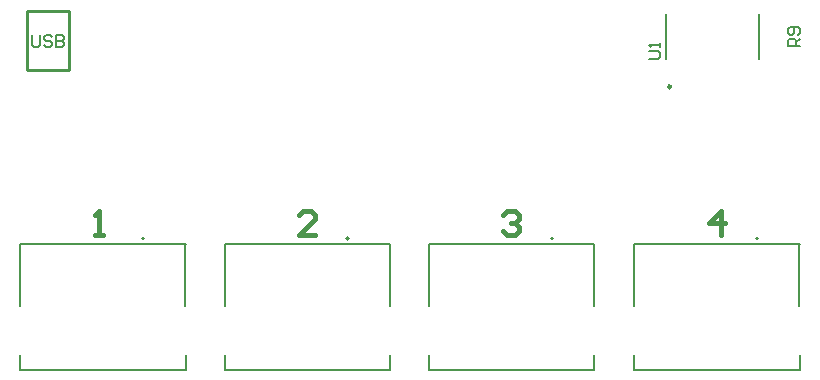
<source format=gbr>
%TF.GenerationSoftware,Altium Limited,Altium Designer,25.6.2 (33)*%
G04 Layer_Color=65535*
%FSLAX45Y45*%
%MOMM*%
%TF.SameCoordinates,85768DE1-254B-4F2A-BBB9-FB77CA5A1332*%
%TF.FilePolarity,Positive*%
%TF.FileFunction,Legend,Top*%
%TF.Part,Single*%
G01*
G75*
%TA.AperFunction,NonConductor*%
%ADD27C,0.25000*%
%ADD28C,0.20000*%
%ADD29C,0.25400*%
%ADD30C,0.12700*%
%ADD31C,0.40000*%
D27*
X5677800Y2424720D02*
G03*
X5677800Y2424720I-12500J0D01*
G01*
D28*
X1220000Y1140000D02*
G03*
X1220000Y1140000I-10000J0D01*
G01*
X2950000D02*
G03*
X2950000Y1140000I-10000J0D01*
G01*
X4680000D02*
G03*
X4680000Y1140000I-10000J0D01*
G01*
X6420000D02*
G03*
X6420000Y1140000I-10000J0D01*
G01*
X5637800Y2662221D02*
Y3037218D01*
X6427800Y2662221D02*
Y3037218D01*
X270000Y2862500D02*
Y2779194D01*
X286661Y2762532D01*
X319984D01*
X336645Y2779194D01*
Y2862500D01*
X436613Y2845839D02*
X419952Y2862500D01*
X386629D01*
X369968Y2845839D01*
Y2829177D01*
X386629Y2812516D01*
X419952D01*
X436613Y2795855D01*
Y2779194D01*
X419952Y2762532D01*
X386629D01*
X369968Y2779194D01*
X469936Y2862500D02*
Y2762532D01*
X519919D01*
X536581Y2779194D01*
Y2795855D01*
X519919Y2812516D01*
X469936D01*
X519919D01*
X536581Y2829177D01*
Y2845839D01*
X519919Y2862500D01*
X469936D01*
X5490016Y2663355D02*
X5573322D01*
X5589984Y2680016D01*
Y2713338D01*
X5573322Y2730000D01*
X5490016D01*
X5589984Y2763322D02*
Y2796645D01*
Y2779984D01*
X5490016D01*
X5506677Y2763322D01*
X6769984Y2766693D02*
X6670016D01*
Y2816677D01*
X6686678Y2833339D01*
X6720000D01*
X6736661Y2816677D01*
Y2766693D01*
Y2800016D02*
X6769984Y2833339D01*
X6753323Y2866661D02*
X6769984Y2883323D01*
Y2916645D01*
X6753323Y2933306D01*
X6686678D01*
X6670016Y2916645D01*
Y2883323D01*
X6686678Y2866661D01*
X6703339D01*
X6720000Y2883323D01*
Y2933306D01*
D29*
X230000Y2567500D02*
X580000D01*
X230000Y3070000D02*
X580000D01*
Y2567500D02*
Y3070000D01*
X230000Y2567500D02*
Y3070000D01*
D30*
X170000Y1092000D02*
X1567000D01*
X1570000D01*
X170000Y571000D02*
Y1092000D01*
X1567000Y571000D02*
Y1092000D01*
X170000Y30000D02*
Y153000D01*
X1570000Y30000D02*
Y153000D01*
X170000Y25000D02*
X1570000D01*
X1900000D02*
X3300000D01*
Y30000D02*
Y153000D01*
X1900000Y30000D02*
Y153000D01*
X3297000Y571000D02*
Y1092000D01*
X1900000Y571000D02*
Y1092000D01*
X3297000D02*
X3300000D01*
X1900000D02*
X3297000D01*
X3630000Y25000D02*
X5030000D01*
Y30000D02*
Y153000D01*
X3630000Y30000D02*
Y153000D01*
X5027000Y571000D02*
Y1092000D01*
X3630000Y571000D02*
Y1092000D01*
X5027000D02*
X5030000D01*
X3630000D02*
X5027000D01*
X5370000D02*
X6767000D01*
X6770000D01*
X5370000Y571000D02*
Y1092000D01*
X6767000Y571000D02*
Y1092000D01*
X5370000Y30000D02*
Y153000D01*
X6770000Y30000D02*
Y153000D01*
X5370000Y25000D02*
X6770000D01*
D31*
X6099968Y1170064D02*
Y1370000D01*
X6000000Y1270032D01*
X6133290D01*
X4260000Y1336677D02*
X4293322Y1370000D01*
X4359968D01*
X4393290Y1336677D01*
Y1303355D01*
X4359968Y1270032D01*
X4326645D01*
X4359968D01*
X4393290Y1236709D01*
Y1203387D01*
X4359968Y1170064D01*
X4293322D01*
X4260000Y1203387D01*
X2663290Y1170064D02*
X2530000D01*
X2663290Y1303355D01*
Y1336677D01*
X2629968Y1370000D01*
X2563322D01*
X2530000Y1336677D01*
X800000Y1170064D02*
X866645D01*
X833322D01*
Y1370000D01*
X800000Y1336677D01*
%TF.MD5,0186f053cdd8f18256a1deb0c7b36587*%
M02*

</source>
